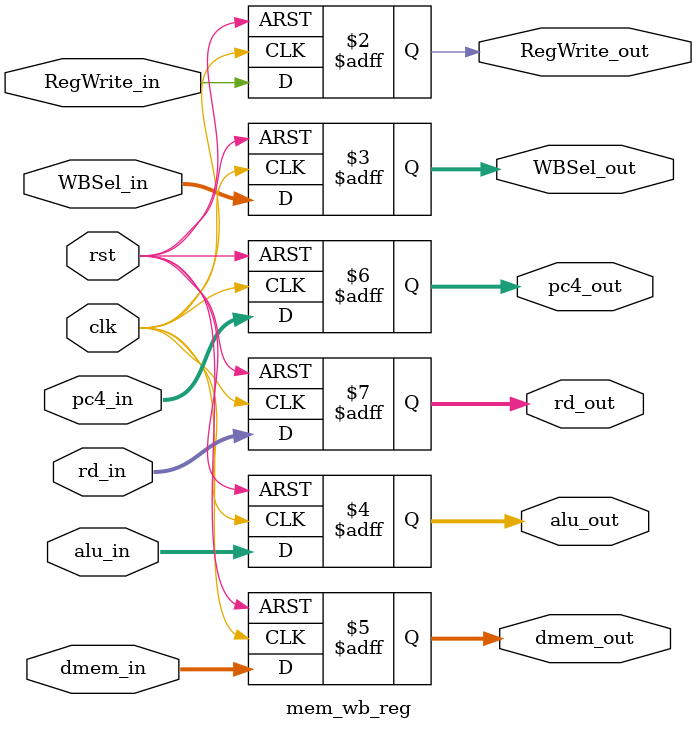
<source format=v>
module mem_wb_reg (
    input  wire clk, rst,
    input  wire RegWrite_in,
    input  wire [1:0] WBSel_in,
    input  wire [31:0] alu_in, dmem_in,
    input  wire [7:0]  pc4_in,
    input  wire [4:0]  rd_in,
    output reg  RegWrite_out,
    output reg  [1:0] WBSel_out,
    output reg  [31:0] alu_out, dmem_out,
    output reg  [7:0]  pc4_out,
    output reg  [4:0]  rd_out
);
    always @(posedge clk or posedge rst) begin
        if (rst) begin
            RegWrite_out <= 1'b0; WBSel_out <= 2'b0;
            alu_out <= 32'b0; dmem_out <= 32'b0;
            pc4_out <= 8'b0; rd_out <= 5'b0;
        end else begin
            RegWrite_out <= RegWrite_in; WBSel_out <= WBSel_in;
            alu_out <= alu_in; dmem_out <= dmem_in;
            pc4_out <= pc4_in; rd_out <= rd_in;
        end
    end
endmodule
</source>
